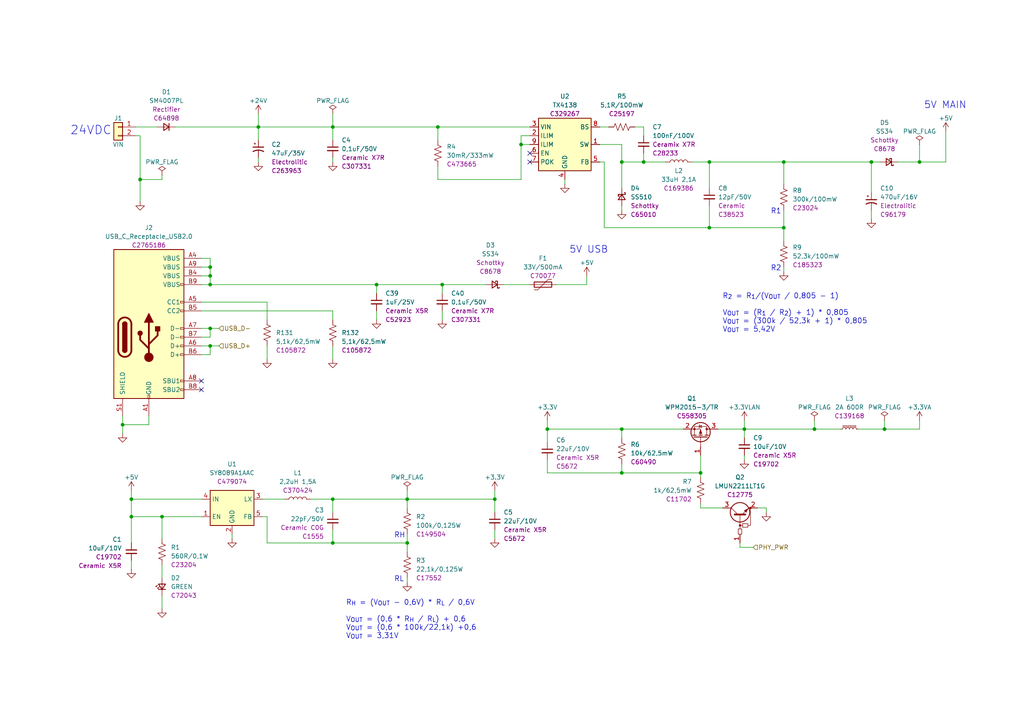
<source format=kicad_sch>
(kicad_sch (version 20231120) (generator "eeschema") (generator_version "8.0")
  (paper "A4")
  (title_block (title "ESP 16x 24VDC Input 16x 24VDC Output Module") (date "2024-11-06") (rev "V3"))
  (lib_symbols
    (symbol "Connector_Generic:Conn_01x02" (pin_names (offset 1.016) hide)
      (property "Reference" "J" (at 0 2.54 0))
      (property "Value" "Conn_01x02" (at 0 -5.08 0))
      (symbol "Conn_01x02_1_1"
        (pin passive line (at -5.08 0 0) (length 3.81) (name "Pin_1") (number "1"))
        (pin passive line (at -5.08 -2.54 0) (length 3.81) (name "Pin_2") (number "2"))
      )
    )
    (symbol "Device:C_Polarized_Small_US" (pin_numbers hide) (pin_names (offset 0.254) hide)
      (property "Reference" "C" (at 0.254 1.778 0))
      (property "Value" "C_Polarized_Small_US" (at 0.254 -2.032 0))
      (symbol "C_Polarized_Small_US_1_1"
        (pin passive line (at 0 2.54 270) (length 2.032) (name "~") (number "1"))
        (pin passive line (at 0 -2.54 90) (length 2.032) (name "~") (number "2"))
      )
    )
    (symbol "Device:C_Small" (pin_numbers hide) (pin_names (offset 0.254) hide)
      (property "Reference" "C" (at 0.254 1.778 0))
      (property "Value" "C_Small" (at 0.254 -2.032 0))
      (symbol "C_Small_1_1"
        (pin passive line (at 0 2.54 270) (length 2.032) (name "~") (number "1"))
        (pin passive line (at 0 -2.54 90) (length 2.032) (name "~") (number "2"))
      )
    )
    (symbol "Device:D_Schottky_Small" (pin_numbers hide) (pin_names (offset 0.254) hide)
      (property "Reference" "D" (at -1.27 2.032 0))
      (property "Value" "D_Schottky_Small" (at -7.112 -2.032 0))
      (symbol "D_Schottky_Small_1_1"
        (pin passive line (at -2.54 0 0) (length 1.778) (name "K") (number "1"))
        (pin passive line (at 2.54 0 180) (length 1.778) (name "A") (number "2"))
      )
    )
    (symbol "Device:D_Small" (pin_numbers hide) (pin_names (offset 0.254) hide)
      (property "Reference" "D" (at -1.27 2.032 0))
      (property "Value" "D_Small" (at -3.81 -2.032 0))
      (symbol "D_Small_1_1"
        (pin passive line (at -2.54 0 0) (length 1.778) (name "K") (number "1"))
        (pin passive line (at 2.54 0 180) (length 1.778) (name "A") (number "2"))
      )
    )
    (symbol "Device:L" (pin_numbers hide) (pin_names (offset 1.016) hide)
      (property "Reference" "L" (at -1.27 0 90))
      (property "Value" "L" (at 1.905 0 90))
      (symbol "L_1_1"
        (pin passive line (at 0 3.81 270) (length 1.27) (name "1") (number "1"))
        (pin passive line (at 0 -3.81 90) (length 1.27) (name "2") (number "2"))
      )
    )
    (symbol "Device:LED_Small" (pin_numbers hide) (pin_names (offset 0.254) hide)
      (property "Reference" "D" (at -1.27 3.175 0))
      (property "Value" "LED_Small" (at -4.445 -2.54 0))
      (symbol "LED_Small_1_1"
        (pin passive line (at -2.54 0 0) (length 1.778) (name "K") (number "1"))
        (pin passive line (at 2.54 0 180) (length 1.778) (name "A") (number "2"))
      )
    )
    (symbol "Device:L_Ferrite_Small" (pin_numbers hide) (pin_names (offset 0.254) hide)
      (property "Reference" "L" (at 1.27 1.016 0))
      (property "Value" "L_Ferrite_Small" (at 1.27 -1.27 0))
      (symbol "L_Ferrite_Small_1_1"
        (pin passive line (at 0 2.54 270) (length 0.508) (name "~") (number "1"))
        (pin passive line (at 0 -2.54 90) (length 0.508) (name "~") (number "2"))
      )
    )
    (symbol "Device:Polyfuse" (pin_numbers hide) (pin_names (offset 0))
      (property "Reference" "F" (at -2.54 0 90))
      (property "Value" "Polyfuse" (at 2.54 0 90))
      (symbol "Polyfuse_1_1"
        (pin passive line (at 0 3.81 270) (length 1.27) (name "~") (number "1"))
        (pin passive line (at 0 -3.81 90) (length 1.27) (name "~") (number "2"))
      )
    )
    (symbol "Device:Q_NPN_BEC_BRT" (pin_names hide)
      (property "Reference" "Q" (at 3.81 1.27 0))
      (property "Value" "Q_NPN_BEC_BRT" (at 3.81 -1.27 0))
      (symbol "Q_NPN_BEC_BRT_1_1"
        (pin input line (at -8.89 0 0) (length 2.54) (name "B") (number "1"))
        (pin passive line (at 1.27 -5.08 90) (length 2.54) (name "E") (number "2"))
        (pin passive line (at 1.27 5.08 270) (length 2.54) (name "C") (number "3"))
      )
    )
    (symbol "Device:Q_PMOS_GSD" (pin_names (offset 0) hide)
      (property "Reference" "Q" (at 5.08 1.27 0))
      (property "Value" "Q_PMOS_GSD" (at 5.08 -1.27 0))
      (symbol "Q_PMOS_GSD_1_1"
        (pin input line (at -5.08 0 0) (length 2.54) (name "G") (number "1"))
        (pin passive line (at 2.54 -5.08 90) (length 2.54) (name "S") (number "2"))
        (pin passive line (at 2.54 5.08 270) (length 2.54) (name "D") (number "3"))
      )
    )
    (symbol "Device:R_US" (pin_numbers hide) (pin_names (offset 0))
      (property "Reference" "R" (at 2.54 0 90))
      (property "Value" "R_US" (at -2.54 0 90))
      (symbol "R_US_1_1"
        (pin passive line (at 0 3.81 270) (length 1.27) (name "~") (number "1"))
        (pin passive line (at 0 -3.81 90) (length 1.27) (name "~") (number "2"))
      )
    )
    (symbol "Tales:+3.3V" (power) (pin_names (offset 0))
      (property "Value" "+3.3V" (at 0 3.556 0))
      (symbol "+3.3V_1_1"
        (pin power_in line (at 0 0 90) (length 0) hide (name "+3.3V") (number "1"))
      )
    )
    (symbol "Tales:+3.3VLAN" (power) (pin_names (offset 0))
      (property "Value" "+3.3VLAN" (at 0 3.556 0))
      (symbol "+3.3VLAN_1_1"
        (pin power_in line (at 0 0 90) (length 0) hide (name "+3.3VLAN") (number "1"))
      )
    )
    (symbol "Tales:SY8089AAAC"
      (property "Reference" "U" (at 0 10.16 0))
      (property "Value" "SY8089AAAC" (at 0 7.62 0))
      (symbol "SY8089AAAC_1_1"
        (pin input line (at -8.89 -2.54 0) (length 2.54) (name "EN") (number "1"))
        (pin power_in line (at 0 -7.62 90) (length 2.54) (name "GND") (number "2"))
        (pin power_out line (at 8.89 2.54 180) (length 2.54) (name "LX") (number "3"))
        (pin power_in line (at -8.89 2.54 0) (length 2.54) (name "IN") (number "4"))
        (pin input line (at 8.89 -2.54 180) (length 2.54) (name "FB") (number "5"))
      )
    )
    (symbol "Tales:TX4138"
      (property "Reference" "U" (at 0 12.7 0))
      (property "Value" "TX4138" (at 0 10.16 0))
      (symbol "TX4138_1_1"
        (pin power_out line (at 10.16 0 180) (length 2.54) (name "SW") (number "1"))
        (pin input line (at -10.16 2.54 0) (length 2.54) (name "ILIM") (number "2"))
        (pin power_in line (at -10.16 5.08 0) (length 2.54) (name "VIN") (number "3"))
        (pin power_in line (at 0 -10.16 90) (length 2.54) (name "GND") (number "4"))
        (pin input line (at 10.16 -5.08 180) (length 2.54) (name "FB") (number "5"))
        (pin input line (at -10.16 -2.54 0) (length 2.54) (name "EN") (number "6"))
        (pin output line (at -10.16 -5.08 0) (length 2.54) (name "POK") (number "7"))
        (pin output line (at 10.16 5.08 180) (length 2.54) (name "BS") (number "8"))
        (pin input line (at -10.16 0 0) (length 2.54) (name "ILIM") (number "9"))
      )
    )
    (symbol "Tales:USB_C_Receptacle_USB2.0" (pin_names (offset 1.016))
      (property "Reference" "J" (at -10.16 21.59 0))
      (property "Value" "USB_C_Receptacle_USB2.0" (at 20.32 21.59 0))
      (symbol "USB_C_Receptacle_USB2.0_1_1"
        (pin passive line (at 0 -27.94 90) (length 5.08) (name "GND") (number "A1"))
        (pin passive line (at 0 -27.94 90) (length 5.08) hide (name "GND") (number "A12"))
        (pin passive line (at 15.24 17.78 180) (length 5.08) (name "VBUS") (number "A4"))
        (pin bidirectional line (at 15.24 5.08 180) (length 5.08) (name "CC1") (number "A5"))
        (pin bidirectional line (at 15.24 -7.62 180) (length 5.08) (name "D+") (number "A6"))
        (pin bidirectional line (at 15.24 -2.54 180) (length 5.08) (name "D-") (number "A7"))
        (pin bidirectional line (at 15.24 -17.78 180) (length 5.08) (name "SBU1") (number "A8"))
        (pin passive line (at 15.24 15.24 180) (length 5.08) (name "VBUS") (number "A9"))
        (pin passive line (at 0 -27.94 90) (length 5.08) hide (name "GND") (number "B1"))
        (pin passive line (at 0 -27.94 90) (length 5.08) hide (name "GND") (number "B12"))
        (pin passive line (at 15.24 12.7 180) (length 5.08) (name "VBUS") (number "B4"))
        (pin bidirectional line (at 15.24 2.54 180) (length 5.08) (name "CC2") (number "B5"))
        (pin bidirectional line (at 15.24 -10.16 180) (length 5.08) (name "D+") (number "B6"))
        (pin bidirectional line (at 15.24 -5.08 180) (length 5.08) (name "D-") (number "B7"))
        (pin bidirectional line (at 15.24 -20.32 180) (length 5.08) (name "SBU2") (number "B8"))
        (pin passive line (at 15.24 10.16 180) (length 5.08) (name "VBUS") (number "B9"))
        (pin passive line (at -7.62 -27.94 90) (length 5.08) (name "SHIELD") (number "S1"))
      )
    )
    (symbol "power:+24V" (power) (pin_names (offset 0))
      (property "Value" "+24V" (at 0 3.556 0))
      (symbol "+24V_1_1"
        (pin power_in line (at 0 0 90) (length 0) hide (name "+24V") (number "1"))
      )
    )
    (symbol "power:+3.3VA" (power) (pin_names (offset 0))
      (property "Value" "+3.3VA" (at 0 3.556 0))
      (symbol "+3.3VA_1_1"
        (pin power_in line (at 0 0 90) (length 0) hide (name "+3.3VA") (number "1"))
      )
    )
    (symbol "power:+5V" (power) (pin_names (offset 0))
      (property "Value" "+5V" (at 0 3.556 0))
      (symbol "+5V_1_1"
        (pin power_in line (at 0 0 90) (length 0) hide (name "+5V") (number "1"))
      )
    )
    (symbol "power:GND" (power) (pin_names (offset 0))
      (property "Value" "GND" (at 0 -3.81 0))
      (symbol "GND_1_1"
        (pin power_in line (at 0 0 270) (length 0) hide (name "GND") (number "1"))
      )
    )
    (symbol "power:PWR_FLAG" (power) (pin_numbers hide) (pin_names (offset 0) hide)
      (property "Value" "PWR_FLAG" (at 0 3.81 0))
      (symbol "PWR_FLAG_0_0"
        (pin power_out line (at 0 0 90) (length 0) (name "pwr") (number "1"))
      )
    )
  )
  (junction (at 60.96 80.01))
  (junction (at 180.34 46.99))
  (junction (at 180.34 124.46))
  (junction (at 151.13 41.91))
  (junction (at 40.64 52.07))
  (junction (at 143.51 144.78))
  (junction (at 46.99 149.86))
  (junction (at 205.74 66.04))
  (junction (at 60.96 95.25))
  (junction (at 266.7 46.99))
  (junction (at 256.54 124.46))
  (junction (at 127 36.83))
  (junction (at 180.34 137.16))
  (junction (at 128.27 82.55))
  (junction (at 60.96 100.33))
  (junction (at 236.22 124.46))
  (junction (at 60.96 82.55))
  (junction (at 96.52 36.83))
  (junction (at 96.52 157.48))
  (junction (at 227.33 66.04))
  (junction (at 38.1 149.86))
  (junction (at 186.69 46.99))
  (junction (at 252.73 46.99))
  (junction (at 60.96 77.47))
  (junction (at 215.9 124.46))
  (junction (at 205.74 46.99))
  (junction (at 38.1 144.78))
  (junction (at 35.56 123.19))
  (junction (at 158.75 124.46))
  (junction (at 109.22 82.55))
  (junction (at 74.93 36.83))
  (junction (at 203.2 137.16))
  (junction (at 118.11 144.78))
  (junction (at 96.52 144.78))
  (junction (at 118.11 157.48))
  (junction (at 227.33 46.99))
  (no_connect (at 153.67 46.99))
  (no_connect (at 153.67 44.45))
  (no_connect (at 58.42 110.49))
  (no_connect (at 58.42 113.03))
  (wire (pts (xy 58.42 82.55) (xy 60.96 82.55)))
  (wire (pts (xy 227.33 46.99) (xy 252.73 46.99)))
  (wire (pts (xy 109.22 90.17) (xy 109.22 92.71)))
  (wire (pts (xy 252.73 46.99) (xy 255.27 46.99)))
  (wire (pts (xy 180.34 46.99) (xy 180.34 54.61)))
  (wire (pts (xy 58.42 100.33) (xy 60.96 100.33)))
  (wire (pts (xy 109.22 82.55) (xy 109.22 85.09)))
  (wire (pts (xy 58.42 80.01) (xy 60.96 80.01)))
  (wire (pts (xy 96.52 153.67) (xy 96.52 157.48)))
  (wire (pts (xy 127 36.83) (xy 153.67 36.83)))
  (wire (pts (xy 143.51 148.59) (xy 143.51 144.78)))
  (wire (pts (xy 227.33 46.99) (xy 227.33 53.34)))
  (wire (pts (xy 180.34 41.91) (xy 180.34 46.99)))
  (wire (pts (xy 143.51 153.67) (xy 143.51 156.21)))
  (wire (pts (xy 203.2 137.16) (xy 203.2 138.43)))
  (wire (pts (xy 203.2 132.08) (xy 203.2 137.16)))
  (wire (pts (xy 60.96 95.25) (xy 63.5 95.25)))
  (wire (pts (xy 118.11 144.78) (xy 118.11 147.32)))
  (wire (pts (xy 39.37 36.83) (xy 45.72 36.83)))
  (wire (pts (xy 227.33 60.96) (xy 227.33 66.04)))
  (wire (pts (xy 67.31 154.94) (xy 67.31 156.21)))
  (wire (pts (xy 127 52.07) (xy 151.13 52.07)))
  (wire (pts (xy 158.75 133.35) (xy 158.75 137.16)))
  (wire (pts (xy 38.1 162.56) (xy 38.1 165.1)))
  (wire (pts (xy 96.52 36.83) (xy 127 36.83)))
  (wire (pts (xy 118.11 154.94) (xy 118.11 157.48)))
  (wire (pts (xy 38.1 144.78) (xy 58.42 144.78)))
  (wire (pts (xy 96.52 144.78) (xy 118.11 144.78)))
  (wire (pts (xy 74.93 36.83) (xy 74.93 40.64)))
  (wire (pts (xy 74.93 33.02) (xy 74.93 36.83)))
  (wire (pts (xy 118.11 167.64) (xy 118.11 168.91)))
  (wire (pts (xy 60.96 97.79) (xy 60.96 95.25)))
  (wire (pts (xy 205.74 66.04) (xy 205.74 59.69)))
  (wire (pts (xy 90.17 144.78) (xy 96.52 144.78)))
  (wire (pts (xy 46.99 149.86) (xy 58.42 149.86)))
  (wire (pts (xy 266.7 46.99) (xy 274.32 46.99)))
  (wire (pts (xy 163.83 52.07) (xy 163.83 53.34)))
  (wire (pts (xy 222.25 147.32) (xy 222.25 148.59)))
  (wire (pts (xy 158.75 121.92) (xy 158.75 124.46)))
  (wire (pts (xy 274.32 46.99) (xy 274.32 38.1)))
  (wire (pts (xy 118.11 157.48) (xy 118.11 160.02)))
  (wire (pts (xy 35.56 123.19) (xy 35.56 125.73)))
  (wire (pts (xy 35.56 120.65) (xy 35.56 123.19)))
  (wire (pts (xy 127 48.26) (xy 127 52.07)))
  (wire (pts (xy 58.42 102.87) (xy 60.96 102.87)))
  (wire (pts (xy 222.25 147.32) (xy 219.71 147.32)))
  (wire (pts (xy 173.99 46.99) (xy 175.26 46.99)))
  (wire (pts (xy 151.13 52.07) (xy 151.13 41.91)))
  (wire (pts (xy 256.54 124.46) (xy 248.92 124.46)))
  (wire (pts (xy 109.22 82.55) (xy 128.27 82.55)))
  (wire (pts (xy 96.52 157.48) (xy 118.11 157.48)))
  (wire (pts (xy 38.1 149.86) (xy 38.1 157.48)))
  (wire (pts (xy 215.9 124.46) (xy 215.9 127)))
  (wire (pts (xy 40.64 52.07) (xy 46.99 52.07)))
  (wire (pts (xy 200.66 46.99) (xy 205.74 46.99)))
  (wire (pts (xy 74.93 45.72) (xy 74.93 46.99)))
  (wire (pts (xy 227.33 66.04) (xy 227.33 69.85)))
  (wire (pts (xy 60.96 82.55) (xy 109.22 82.55)))
  (wire (pts (xy 198.12 124.46) (xy 180.34 124.46)))
  (wire (pts (xy 161.29 82.55) (xy 170.18 82.55)))
  (wire (pts (xy 38.1 142.24) (xy 38.1 144.78)))
  (wire (pts (xy 208.28 124.46) (xy 215.9 124.46)))
  (wire (pts (xy 96.52 100.33) (xy 96.52 104.14)))
  (wire (pts (xy 180.34 134.62) (xy 180.34 137.16)))
  (wire (pts (xy 158.75 137.16) (xy 180.34 137.16)))
  (wire (pts (xy 118.11 142.24) (xy 118.11 144.78)))
  (wire (pts (xy 77.47 157.48) (xy 96.52 157.48)))
  (wire (pts (xy 151.13 41.91) (xy 151.13 39.37)))
  (wire (pts (xy 205.74 46.99) (xy 205.74 54.61)))
  (wire (pts (xy 170.18 80.01) (xy 170.18 82.55)))
  (wire (pts (xy 158.75 124.46) (xy 180.34 124.46)))
  (wire (pts (xy 74.93 36.83) (xy 96.52 36.83)))
  (wire (pts (xy 58.42 74.93) (xy 60.96 74.93)))
  (wire (pts (xy 173.99 36.83) (xy 176.53 36.83)))
  (wire (pts (xy 60.96 77.47) (xy 60.96 80.01)))
  (wire (pts (xy 38.1 144.78) (xy 38.1 149.86)))
  (wire (pts (xy 50.8 36.83) (xy 74.93 36.83)))
  (wire (pts (xy 127 36.83) (xy 127 40.64)))
  (wire (pts (xy 60.96 100.33) (xy 63.5 100.33)))
  (wire (pts (xy 46.99 50.8) (xy 46.99 52.07)))
  (wire (pts (xy 146.05 82.55) (xy 153.67 82.55)))
  (wire (pts (xy 203.2 147.32) (xy 209.55 147.32)))
  (wire (pts (xy 96.52 36.83) (xy 96.52 40.64)))
  (wire (pts (xy 214.63 158.75) (xy 218.44 158.75)))
  (wire (pts (xy 186.69 44.45) (xy 186.69 46.99)))
  (wire (pts (xy 43.18 123.19) (xy 35.56 123.19)))
  (wire (pts (xy 186.69 36.83) (xy 186.69 39.37)))
  (wire (pts (xy 39.37 39.37) (xy 40.64 39.37)))
  (wire (pts (xy 215.9 124.46) (xy 236.22 124.46)))
  (wire (pts (xy 180.34 60.96) (xy 180.34 59.69)))
  (wire (pts (xy 143.51 144.78) (xy 118.11 144.78)))
  (wire (pts (xy 184.15 36.83) (xy 186.69 36.83)))
  (wire (pts (xy 128.27 90.17) (xy 128.27 92.71)))
  (wire (pts (xy 40.64 39.37) (xy 40.64 52.07)))
  (wire (pts (xy 58.42 97.79) (xy 60.96 97.79)))
  (wire (pts (xy 175.26 66.04) (xy 205.74 66.04)))
  (wire (pts (xy 256.54 121.92) (xy 256.54 124.46)))
  (wire (pts (xy 151.13 41.91) (xy 153.67 41.91)))
  (wire (pts (xy 58.42 77.47) (xy 60.96 77.47)))
  (wire (pts (xy 252.73 55.88) (xy 252.73 46.99)))
  (wire (pts (xy 38.1 149.86) (xy 46.99 149.86)))
  (wire (pts (xy 128.27 82.55) (xy 140.97 82.55)))
  (wire (pts (xy 266.7 124.46) (xy 256.54 124.46)))
  (wire (pts (xy 205.74 66.04) (xy 227.33 66.04)))
  (wire (pts (xy 43.18 120.65) (xy 43.18 123.19)))
  (wire (pts (xy 77.47 100.33) (xy 77.47 104.14)))
  (wire (pts (xy 77.47 149.86) (xy 77.47 157.48)))
  (wire (pts (xy 227.33 77.47) (xy 227.33 78.74)))
  (wire (pts (xy 158.75 128.27) (xy 158.75 124.46)))
  (wire (pts (xy 180.34 137.16) (xy 203.2 137.16)))
  (wire (pts (xy 173.99 41.91) (xy 180.34 41.91)))
  (wire (pts (xy 77.47 87.63) (xy 77.47 92.71)))
  (wire (pts (xy 175.26 46.99) (xy 175.26 66.04)))
  (wire (pts (xy 215.9 121.92) (xy 215.9 124.46)))
  (wire (pts (xy 214.63 157.48) (xy 214.63 158.75)))
  (wire (pts (xy 96.52 45.72) (xy 96.52 46.99)))
  (wire (pts (xy 143.51 142.24) (xy 143.51 144.78)))
  (wire (pts (xy 96.52 33.02) (xy 96.52 36.83)))
  (wire (pts (xy 46.99 172.72) (xy 46.99 176.53)))
  (wire (pts (xy 236.22 121.92) (xy 236.22 124.46)))
  (wire (pts (xy 46.99 163.83) (xy 46.99 167.64)))
  (wire (pts (xy 180.34 124.46) (xy 180.34 127)))
  (wire (pts (xy 243.84 124.46) (xy 236.22 124.46)))
  (wire (pts (xy 76.2 144.78) (xy 82.55 144.78)))
  (wire (pts (xy 40.64 52.07) (xy 40.64 58.42)))
  (wire (pts (xy 58.42 87.63) (xy 77.47 87.63)))
  (wire (pts (xy 60.96 80.01) (xy 60.96 82.55)))
  (wire (pts (xy 252.73 60.96) (xy 252.73 63.5)))
  (wire (pts (xy 203.2 146.05) (xy 203.2 147.32)))
  (wire (pts (xy 266.7 124.46) (xy 266.7 121.92)))
  (wire (pts (xy 215.9 132.08) (xy 215.9 133.35)))
  (wire (pts (xy 60.96 74.93) (xy 60.96 77.47)))
  (wire (pts (xy 186.69 46.99) (xy 193.04 46.99)))
  (wire (pts (xy 76.2 149.86) (xy 77.47 149.86)))
  (wire (pts (xy 260.35 46.99) (xy 266.7 46.99)))
  (wire (pts (xy 128.27 82.55) (xy 128.27 85.09)))
  (wire (pts (xy 96.52 90.17) (xy 96.52 92.71)))
  (wire (pts (xy 151.13 39.37) (xy 153.67 39.37)))
  (wire (pts (xy 180.34 46.99) (xy 186.69 46.99)))
  (wire (pts (xy 60.96 102.87) (xy 60.96 100.33)))
  (wire (pts (xy 46.99 149.86) (xy 46.99 156.21)))
  (wire (pts (xy 266.7 41.91) (xy 266.7 46.99)))
  (wire (pts (xy 96.52 144.78) (xy 96.52 148.59)))
  (wire (pts (xy 58.42 95.25) (xy 60.96 95.25)))
  (wire (pts (xy 227.33 46.99) (xy 205.74 46.99)))
  (wire (pts (xy 58.42 90.17) (xy 96.52 90.17)))
  (text "5V MAIN" (at 267.97 31.75 0) (effects (font (size 2 2)) (justify left bottom)))
  (text "5V USB" (at 165.1 73.66 0) (effects (font (size 2 2)) (justify left bottom)))
  (text "R_{H} = (V_{OUT} - 0,6V) * R_{L} / 0,6V\n\nV_{OUT} = (0,6 * R_{H} / R_{L}) + 0,6\nV_{OUT} = (0,6 * 100k/22,1k) +0,6\nV_{OUT} = 3,31V" (at 100.33 185.42 0) (effects (font (size 1.5 1.5)) (justify left bottom)))
  (text "R1" (at 223.52 62.23 0) (effects (font (size 1.5 1.5)) (justify left bottom)))
  (text "RL" (at 114.3 168.91 0) (effects (font (size 1.5 1.5)) (justify left bottom)))
  (text "R_{2} = R_{1}/(V_{OUT} / 0,805 - 1)\n\nV_{OUT} = (R_{1} / R_{2}) + 1) * 0,805\nV_{OUT} = (300k / 52,3k + 1) * 0,805\nV_{OUT} = 5,42V" (at 209.55 96.52 0) (effects (font (size 1.5 1.5)) (justify left bottom)))
  (text "RH" (at 114.3 156.21 0) (effects (font (size 1.5 1.5)) (justify left bottom)))
  (text "24VDC" (at 20.32 39.37 0) (effects (font (size 2.5 2.5)) (justify left bottom)))
  (text "R2" (at 223.52 78.74 0) (effects (font (size 1.5 1.5)) (justify left bottom)))
  (hierarchical_label "PHY_PWR" (shape input) (at 218.44 158.75 0))
  (hierarchical_label "USB_D+" (shape input) (at 63.5 100.33 0))
  (hierarchical_label "USB_D-" (shape input) (at 63.5 95.25 0))
  (symbol (lib_id "power:+24V") (at 74.93 33.02 0) (unit 1)
    (property "Reference" "#PWR07" (effects (hide yes)))
    (property "Value" "+24V" (at 74.93 29.21 0))
  )
  (symbol (lib_id "Device:R_US") (at 46.99 160.02 0) (unit 1)
    (property "Reference" "R1" (at 49.53 158.75 0) (effects (justify left)))
    (property "Value" "560R/0,1W" (at 49.53 161.29 0) (effects (justify left)))
    (property "Footprint" "Tales:R_0603_1608Metric" (effects (hide yes)))
    (property "Case" "0603/1608" (effects (hide yes)))
    (property "Mfr" "Uniroyal" (effects (hide yes)))
    (property "Mfr PN" "0603WAF5600T5E" (effects (hide yes)))
    (property "Vendor" "JLCPCB" (effects (hide yes)))
    (property "Vendor PN" "C23204" (effects (hide yes)))
    (property "LCSC Part #" "C23204" (at 49.53 163.83 0) (effects (justify left)))
    (property "JLCPCB BOM" "1" (effects (hide yes)))
  )
  (symbol (lib_id "power:GND") (at 118.11 168.91 0) (unit 1)
    (property "Reference" "#PWR09" (effects (hide yes)))
    (property "Value" "GND" (effects (hide yes)))
  )
  (symbol (lib_id "Device:L") (at 196.85 46.99 90) (unit 1)
    (property "Reference" "L2" (at 196.85 49.53 90))
    (property "Value" "33uH 2,1A" (at 196.85 52.07 90))
    (property "Footprint" "Tales:L_12x12mm_h6mm" (effects (hide yes)))
    (property "Case" "12x12" (effects (hide yes)))
    (property "JLCPCB BOM" "1" (effects (hide yes)))
    (property "LCSC Part #" "C169386" (at 196.85 54.61 90))
    (property "Mfr" "Sunlord" (effects (hide yes)))
    (property "Mfr PN" "SWRB1205S-330MT" (effects (hide yes)))
    (property "Vendor" "JLCPCB" (effects (hide yes)))
    (property "Vendor PN" "C169386" (effects (hide yes)))
  )
  (symbol (lib_id "Tales:SY8089AAAC") (at 67.31 147.32 0) (unit 1)
    (property "Reference" "U1" (at 67.31 134.62 0))
    (property "Value" "SY8089A1AAC" (at 67.31 137.16 0))
    (property "Footprint" "Tales:TSOT-23-5" (effects (hide yes)))
    (property "Case" "SOT-23-5" (effects (hide yes)))
    (property "JLCPCB BOM" "1" (effects (hide yes)))
    (property "LCSC Part #" "C479074" (at 67.31 139.7 0))
    (property "Mfr" "Silergy" (effects (hide yes)))
    (property "Mfr PN" "SY8089A1AAC" (effects (hide yes)))
    (property "Vendor" "JLCPCB" (effects (hide yes)))
    (property "Vendor PN" "C479074" (effects (hide yes)))
  )
  (symbol (lib_id "power:GND") (at 143.51 156.21 0) (unit 1)
    (property "Reference" "#PWR012" (effects (hide yes)))
    (property "Value" "GND" (effects (hide yes)))
  )
  (symbol (lib_id "power:GND") (at 222.25 148.59 0) (unit 1)
    (property "Reference" "#PWR018" (effects (hide yes)))
    (property "Value" "GND" (effects (hide yes)))
  )
  (symbol (lib_id "power:GND") (at 163.83 53.34 0) (unit 1)
    (property "Reference" "#PWR014" (effects (hide yes)))
    (property "Value" "GND" (effects (hide yes)))
  )
  (symbol (lib_id "Tales:+3.3VLAN") (at 215.9 121.92 0) (unit 1)
    (property "Reference" "#PWR016" (effects (hide yes)))
    (property "Value" "+3.3VLAN" (at 215.9 118.11 0))
  )
  (symbol (lib_id "Device:C_Small") (at 96.52 151.13 0) (unit 1)
    (property "Reference" "C3" (at 93.98 147.9613 0) (effects (justify right)))
    (property "Value" "22pF/50V" (at 93.98 150.5013 0) (effects (justify right)))
    (property "Footprint" "Tales:C_0402_1005Metric" (effects (hide yes)))
    (property "JLCPCB BOM" "1" (effects (hide yes)))
    (property "Technology" "Ceramic C0G" (at 93.98 153.0413 0) (effects (justify right)))
    (property "LCSC Part #" "C1555" (at 93.98 155.5813 0) (effects (justify right)))
    (property "Mfr" "FH" (effects (hide yes)))
    (property "Mfr PN" "0402CG220J500NT" (effects (hide yes)))
    (property "Vendor" "JLCPCB" (effects (hide yes)))
    (property "Vendor PN" "C1555" (effects (hide yes)))
    (property "Package" "0402/1005" (effects (hide yes)))
    (property "Case" "0402/1005" (effects (hide yes)))
  )
  (symbol (lib_id "Device:C_Small") (at 128.27 87.63 0) (unit 1)
    (property "Reference" "C40" (at 130.81 85.09 0) (effects (justify left)))
    (property "Value" "0,1uF/50V" (at 130.81 87.63 0) (effects (justify left)))
    (property "Footprint" "Tales:C_0402_1005Metric" (effects (hide yes)))
    (property "JLCPCB BOM" "1" (effects (hide yes)))
    (property "Technology" "Ceramic X7R" (at 130.81 90.17 0) (effects (justify left)))
    (property "LCSC Part #" "C307331" (at 130.81 92.71 0) (effects (justify left)))
    (property "Mfr" "Samsung" (effects (hide yes)))
    (property "Mfr PN" "CL05B104KB54PNC" (effects (hide yes)))
    (property "Vendor" "JLCPCB" (effects (hide yes)))
    (property "Vendor PN" "C307331" (effects (hide yes)))
    (property "Package" "0402/1005" (effects (hide yes)))
    (property "Case" "0402/1005" (effects (hide yes)))
  )
  (symbol (lib_id "Device:R_US") (at 77.47 96.52 0) (unit 1)
    (property "Reference" "R131" (at 80.01 96.52 0) (effects (justify left)))
    (property "Value" "5,1k/62,5mW" (at 80.01 99.06 0) (effects (justify left)))
    (property "Footprint" "Tales:R_0402_1005Metric" (effects (hide yes)))
    (property "JLCPCB BOM" "1" (effects (hide yes)))
    (property "LCSC Part #" "C105872" (at 80.01 101.6 0) (effects (justify left)))
    (property "Mfr" "YAGEO" (effects (hide yes)))
    (property "Mfr PN" "RC0402FR-075K1L" (effects (hide yes)))
    (property "Technology" "1%" (effects (hide yes)))
    (property "Vendor" "JLCPCB" (effects (hide yes)))
    (property "Vendor PN" "C105872" (effects (hide yes)))
    (property "Package" "0402/1005" (effects (hide yes)))
    (property "Case" "0402/1005" (effects (hide yes)))
  )
  (symbol (lib_id "Device:D_Schottky_Small") (at 257.81 46.99 180) (unit 1)
    (property "Reference" "D5" (at 256.54 35.56 0))
    (property "Value" "SS34" (at 256.54 38.1 0))
    (property "Footprint" "Tales:D_SMA" (effects (hide yes)))
    (property "JLCPCB BOM" "1" (effects (hide yes)))
    (property "LCSC Part #" "C8678" (at 256.54 43.18 0))
    (property "Mfr" "Microdiode" (effects (hide yes)))
    (property "Mfr PN" "SS34" (effects (hide yes)))
    (property "Technology" "Schottky" (at 256.54 40.64 0))
    (property "Vendor" "JLCPCB" (effects (hide yes)))
    (property "Vendor PN" "C8678" (effects (hide yes)))
    (property "Case" "SMA" (effects (hide yes)))
  )
  (symbol (lib_id "power:PWR_FLAG") (at 266.7 41.91 0) (unit 1)
    (property "Reference" "#FLG05" (effects (hide yes)))
    (property "Value" "PWR_FLAG" (at 266.7 38.1 0))
  )
  (symbol (lib_id "power:+5V") (at 38.1 142.24 0) (unit 1)
    (property "Reference" "#PWR02" (effects (hide yes)))
    (property "Value" "+5V" (at 38.1 138.43 0))
  )
  (symbol (lib_id "Device:D_Schottky_Small") (at 180.34 57.15 270) (unit 1)
    (property "Reference" "D4" (at 182.88 54.61 90) (effects (justify left)))
    (property "Value" "SS510" (at 182.88 57.15 90) (effects (justify left)))
    (property "Footprint" "Tales:D_SMA" (effects (hide yes)))
    (property "Case" "SMA" (effects (hide yes)))
    (property "JLCPCB BOM" "1" (effects (hide yes)))
    (property "LCSC Part #" "C65010" (at 182.88 62.23 90) (effects (justify left)))
    (property "Mfr" "Microdiode" (effects (hide yes)))
    (property "Mfr PN" "SS510" (effects (hide yes)))
    (property "Technology" "Schottky" (at 182.88 59.69 90) (effects (justify left)))
    (property "Vendor" "JLCPCB" (effects (hide yes)))
    (property "Vendor PN" "C65010" (effects (hide yes)))
  )
  (symbol (lib_id "Device:R_US") (at 180.34 130.81 0) (unit 1)
    (property "Reference" "R6" (at 182.88 128.905 0) (effects (justify left)))
    (property "Value" "10k/62,5mW" (at 182.88 131.445 0) (effects (justify left)))
    (property "Footprint" "Tales:R_0402_1005Metric" (effects (hide yes)))
    (property "Mfr" "Yageo" (effects (hide yes)))
    (property "Vendor" "JLCPCB" (effects (hide yes)))
    (property "Mfr PN" "RC0402FR-0710KL" (effects (hide yes)))
    (property "Technology" "1%" (effects (hide yes)))
    (property "Vendor PN" "C60490" (effects (hide yes)))
    (property "LCSC Part #" "C60490" (at 182.88 133.985 0) (effects (justify left)))
    (property "JLCPCB BOM" "1" (effects (hide yes)))
    (property "Package" "0402/1005" (effects (hide yes)))
    (property "Case" "0402/1005" (effects (hide yes)))
  )
  (symbol (lib_id "power:+5V") (at 170.18 80.01 0) (unit 1)
    (property "Reference" "#PWR06" (effects (hide yes)))
    (property "Value" "+5V" (at 170.18 76.2 0))
  )
  (symbol (lib_id "Device:D_Small") (at 48.26 36.83 180) (unit 1)
    (property "Reference" "D1" (at 48.26 26.67 0))
    (property "Value" "SM4007PL" (at 48.26 29.21 0))
    (property "Footprint" "Tales:D_SOD-123" (effects (hide yes)))
    (property "Case" "SOD-123FL" (effects (hide yes)))
    (property "Technology" "Rectifier" (at 48.26 31.75 0))
    (property "Mfr" "Microdiode" (effects (hide yes)))
    (property "Mfr PN" "SM4007PL" (effects (hide yes)))
    (property "Vendor" "JLCPCB" (effects (hide yes)))
    (property "Vendor PN" "C64898" (effects (hide yes)))
    (property "LCSC Part #" "C64898" (at 48.26 34.29 0))
    (property "JLCPCB BOM" "1" (effects (hide yes)))
  )
  (symbol (lib_id "power:+3.3VA") (at 266.7 121.92 0) (unit 1)
    (property "Reference" "#PWR021" (effects (hide yes)))
    (property "Value" "+3.3VA" (at 266.7 118.11 0))
  )
  (symbol (lib_id "power:GND") (at 35.56 125.73 0) (unit 1)
    (property "Reference" "#PWR01" (effects (hide yes)))
    (property "Value" "GND" (effects (hide yes)))
  )
  (symbol (lib_id "Device:C_Small") (at 143.51 151.13 0) (unit 1)
    (property "Reference" "C5" (at 146.05 148.59 0) (effects (justify left)))
    (property "Value" "22uF/10V" (at 146.05 151.13 0) (effects (justify left)))
    (property "Footprint" "Tales:C_1206_3216Metric" (effects (hide yes)))
    (property "Mfr" "Samsung" (effects (hide yes)))
    (property "Mfr PN" "CL31A226KPHNNNE" (effects (hide yes)))
    (property "JLCPCB BOM" "1" (effects (hide yes)))
    (property "LCSC Part #" "C5672" (at 146.05 156.21 0) (effects (justify left)))
    (property "Technology" "Ceramic X5R" (at 146.05 153.67 0) (effects (justify left)))
    (property "Vendor" "JLCPCB" (effects (hide yes)))
    (property "Vendor PN" "C5672" (effects (hide yes)))
    (property "Package" "1206/3216" (effects (hide yes)))
    (property "Case" "1206/3216" (effects (hide yes)))
  )
  (symbol (lib_id "power:PWR_FLAG") (at 96.52 33.02 0) (unit 1)
    (property "Reference" "#FLG02" (effects (hide yes)))
    (property "Value" "PWR_FLAG" (at 96.52 29.21 0))
  )
  (symbol (lib_id "Device:C_Small") (at 96.52 43.18 0) (unit 1)
    (property "Reference" "C4" (at 99.06 40.64 0) (effects (justify left)))
    (property "Value" "0,1uF/50V" (at 99.06 43.18 0) (effects (justify left)))
    (property "Footprint" "Tales:C_0402_1005Metric" (effects (hide yes)))
    (property "JLCPCB BOM" "1" (effects (hide yes)))
    (property "Technology" "Ceramic X7R" (at 99.06 45.72 0) (effects (justify left)))
    (property "LCSC Part #" "C307331" (at 99.06 48.26 0) (effects (justify left)))
    (property "Mfr" "Samsung" (effects (hide yes)))
    (property "Mfr PN" "CL05B104KB54PNC" (effects (hide yes)))
    (property "Vendor" "JLCPCB" (effects (hide yes)))
    (property "Vendor PN" "C307331" (effects (hide yes)))
    (property "Package" "0402/1005" (effects (hide yes)))
    (property "Case" "0402/1005" (effects (hide yes)))
  )
  (symbol (lib_id "power:GND") (at 46.99 176.53 0) (unit 1)
    (property "Reference" "#PWR039" (effects (hide yes)))
    (property "Value" "GND" (effects (hide yes)))
  )
  (symbol (lib_id "Device:C_Small") (at 38.1 160.02 0) (unit 1)
    (property "Reference" "C1" (at 35.306 156.464 0) (effects (justify right)))
    (property "Value" "10uF/10V" (at 35.306 159.004 0) (effects (justify right)))
    (property "Footprint" "Tales:C_0603_1608Metric" (effects (hide yes)))
    (property "Mfr" "Samsung" (effects (hide yes)))
    (property "Mfr PN" "CL10A106KP8NNNC" (effects (hide yes)))
    (property "JLCPCB BOM" "1" (effects (hide yes)))
    (property "LCSC Part #" "C19702" (at 35.306 161.544 0) (effects (justify right)))
    (property "Technology" "Ceramic X5R" (at 35.306 164.084 0) (effects (justify right)))
    (property "Vendor" "JLCPCB" (effects (hide yes)))
    (property "Vendor PN" "C19702" (effects (hide yes)))
    (property "Package" "0603/1608" (effects (hide yes)))
    (property "Case" "0603/1608" (effects (hide yes)))
  )
  (symbol (lib_id "Device:C_Small") (at 186.69 41.91 0) (unit 1)
    (property "Reference" "C7" (at 189.23 36.83 0) (effects (justify left)))
    (property "Value" "100nF/100V" (at 189.23 39.37 0) (effects (justify left)))
    (property "Footprint" "Tales:C_0805_2012Metric" (effects (hide yes)))
    (property "Technology" "Ceramix X7R" (at 189.23 41.91 0) (effects (justify left)))
    (property "Mfr" "Samsung" (effects (hide yes)))
    (property "Mfr PN" "CL21B104KCFNNNE" (effects (hide yes)))
    (property "Vendor" "JLCPCB" (effects (hide yes)))
    (property "Vendor PN" "C28233" (effects (hide yes)))
    (property "LCSC Part #" "C28233" (at 189.23 44.45 0) (effects (justify left)))
    (property "JLCPCB BOM" "1" (effects (hide yes)))
    (property "Package" "0805/2012" (effects (hide yes)))
    (property "Case" "0805/2012" (effects (hide yes)))
  )
  (symbol (lib_id "power:GND") (at 38.1 165.1 0) (unit 1)
    (property "Reference" "#PWR03" (effects (hide yes)))
    (property "Value" "GND" (effects (hide yes)))
  )
  (symbol (lib_id "power:GND") (at 96.52 104.14 0) (unit 1)
    (property "Reference" "#PWR0188" (effects (hide yes)))
    (property "Value" "GND" (effects (hide yes)))
  )
  (symbol (lib_id "power:GND") (at 215.9 133.35 0) (unit 1)
    (property "Reference" "#PWR017" (effects (hide yes)))
    (property "Value" "GND" (effects (hide yes)))
  )
  (symbol (lib_id "power:GND") (at 40.64 58.42 0) (unit 1)
    (property "Reference" "#PWR05" (effects (hide yes)))
    (property "Value" "GND" (effects (hide yes)))
  )
  (symbol (lib_id "power:PWR_FLAG") (at 46.99 50.8 0) (unit 1)
    (property "Reference" "#FLG07" (effects (hide yes)))
    (property "Value" "PWR_FLAG" (at 46.99 46.99 0))
  )
  (symbol (lib_id "power:+5V") (at 274.32 38.1 0) (unit 1)
    (property "Reference" "#PWR022" (effects (hide yes)))
    (property "Value" "+5V" (at 274.32 34.29 0))
  )
  (symbol (lib_id "Connector_Generic:Conn_01x02") (at 34.29 36.83 0) (mirror y) (unit 1)
    (property "Reference" "J1" (at 34.29 34.29 0))
    (property "Value" "VIN" (at 34.29 41.91 0))
    (property "Footprint" "Tales:TerminalBlock_Dibo_DB142V-5.08-2P_1x02_P5.08mm_Vertical" (effects (hide yes)))
    (property "JLCPCB BOM" "1" (effects (hide yes)))
    (property "Mfr" "Dorabo" (effects (hide yes)))
    (property "Mfr PN" "DB142V-5.08-2P-GN" (effects (hide yes)))
    (property "Vendor" "JLCPCB" (effects (hide yes)))
    (property "Vendor PN" "C2898699" (effects (hide yes)))
    (property "LCSC Part #" "C2898699" (effects (hide yes)))
  )
  (symbol (lib_id "Device:C_Small") (at 215.9 129.54 0) (unit 1)
    (property "Reference" "C9" (at 218.44 127 0) (effects (justify left)))
    (property "Value" "10uF/10V" (at 218.44 129.54 0) (effects (justify left)))
    (property "Footprint" "Tales:C_0603_1608Metric" (effects (hide yes)))
    (property "Mfr" "Samsung" (effects (hide yes)))
    (property "Mfr PN" "CL10A106KP8NNNC" (effects (hide yes)))
    (property "JLCPCB BOM" "1" (effects (hide yes)))
    (property "LCSC Part #" "C19702" (at 218.44 134.62 0) (effects (justify left)))
    (property "Technology" "Ceramic X5R" (at 218.44 132.08 0) (effects (justify left)))
    (property "Vendor" "JLCPCB" (effects (hide yes)))
    (property "Vendor PN" "C19702" (effects (hide yes)))
    (property "Case" "0603/1608" (effects (hide yes)))
  )
  (symbol (lib_id "power:GND") (at 180.34 60.96 0) (unit 1)
    (property "Reference" "#PWR015" (effects (hide yes)))
    (property "Value" "GND" (effects (hide yes)))
  )
  (symbol (lib_id "power:GND") (at 77.47 104.14 0) (unit 1)
    (property "Reference" "#PWR0187" (effects (hide yes)))
    (property "Value" "GND" (effects (hide yes)))
  )
  (symbol (lib_id "Device:L_Ferrite_Small") (at 246.38 124.46 90) (unit 1)
    (property "Reference" "L3" (at 246.38 115.57 90))
    (property "Value" "2A 600R" (at 246.38 118.11 90))
    (property "Footprint" "Tales:L_0805_2012Metric" (effects (hide yes)))
    (property "Case" "0805/2012" (effects (hide yes)))
    (property "JLCPCB BOM" "1" (effects (hide yes)))
    (property "LCSC Part #" "C139168" (at 246.38 120.65 90))
    (property "Mfr" "FH" (effects (hide yes)))
    (property "Mfr PN" "CBM201209U601T" (effects (hide yes)))
    (property "Vendor" "JLCPCB" (effects (hide yes)))
    (property "Vendor PN" "C139168" (effects (hide yes)))
  )
  (symbol (lib_id "Device:C_Polarized_Small_US") (at 252.73 58.42 0) (unit 1)
    (property "Reference" "C10" (at 255.27 54.61 0) (effects (justify left)))
    (property "Value" "470uF/16V" (at 255.27 57.15 0) (effects (justify left)))
    (property "Footprint" "Tales:CP_Elec_8x10.5" (effects (hide yes)))
    (property "Mfr" "Semtech" (effects (hide yes)))
    (property "Mfr PN" "CS1C471M-CRF10" (effects (hide yes)))
    (property "JLCPCB BOM" "1" (effects (hide yes)))
    (property "LCSC Part #" "C96179" (at 255.27 62.23 0) (effects (justify left)))
    (property "Technology" "Electrolitic" (at 255.27 59.69 0) (effects (justify left)))
    (property "Vendor" "JLCPCB" (effects (hide yes)))
    (property "Vendor PN" "C96179" (effects (hide yes)))
    (property "Package" "D8xL10.5mm" (effects (hide yes)))
    (property "Case" "8x10,5" (effects (hide yes)))
  )
  (symbol (lib_id "power:PWR_FLAG") (at 236.22 121.92 0) (unit 1)
    (property "Reference" "#FLG03" (effects (hide yes)))
    (property "Value" "PWR_FLAG" (at 236.22 118.11 0))
  )
  (symbol (lib_id "Device:Q_PMOS_GSD") (at 203.2 127 270) (mirror x) (unit 1)
    (property "Reference" "Q1" (at 200.66 115.57 90))
    (property "Value" "WPM2015-3/TR" (at 200.66 118.11 90))
    (property "Footprint" "Tales:SOT-23" (effects (hide yes)))
    (property "Case" "SOT-23-3" (effects (hide yes)))
    (property "JLCPCB BOM" "1" (effects (hide yes)))
    (property "LCSC Part #" "C558305" (at 200.66 120.65 90))
    (property "Mfr" "VBSemi" (effects (hide yes)))
    (property "Mfr PN" "WPM2015-3/TR" (effects (hide yes)))
    (property "Technology" "MOSFET" (effects (hide yes)))
    (property "Vendor" "JLCPCB" (effects (hide yes)))
    (property "Vendor PN" "C558305" (effects (hide yes)))
  )
  (symbol (lib_id "Device:Q_NPN_BEC_BRT") (at 214.63 148.59 90) (unit 1)
    (property "Reference" "Q2" (at 214.63 138.43 90))
    (property "Value" "LMUN2211LT1G" (at 214.63 140.97 90))
    (property "Footprint" "Tales:SOT-23" (effects (hide yes)))
    (property "LCSC Part #" "C12775" (at 214.63 143.51 90))
    (property "Vendor PN" "C12775" (effects (hide yes)))
    (property "Case" "SOT-23-3" (effects (hide yes)))
    (property "JLCPCB BOM" "1" (effects (hide yes)))
    (property "Mfr" "LRC" (effects (hide yes)))
    (property "Mfr PN" "LMUN2211LT1G" (effects (hide yes)))
    (property "Technology" "NPN Pre Biased" (effects (hide yes)))
    (property "Vendor" "JLCPCB" (effects (hide yes)))
  )
  (symbol (lib_id "Device:D_Schottky_Small") (at 143.51 82.55 180) (unit 1)
    (property "Reference" "D3" (at 142.24 71.12 0))
    (property "Value" "SS34" (at 142.24 73.66 0))
    (property "Footprint" "Tales:D_SMA" (effects (hide yes)))
    (property "JLCPCB BOM" "1" (effects (hide yes)))
    (property "LCSC Part #" "C8678" (at 142.24 78.74 0))
    (property "Mfr" "Microdiode" (effects (hide yes)))
    (property "Mfr PN" "SS34" (effects (hide yes)))
    (property "Technology" "Schottky" (at 142.24 76.2 0))
    (property "Vendor" "JLCPCB" (effects (hide yes)))
    (property "Vendor PN" "C8678" (effects (hide yes)))
    (property "Case" "SMA" (effects (hide yes)))
  )
  (symbol (lib_id "Tales:+3.3V") (at 158.75 121.92 0) (unit 1)
    (property "Reference" "#PWR013" (effects (hide yes)))
    (property "Value" "+3.3V" (at 158.75 118.11 0))
  )
  (symbol (lib_id "Device:R_US") (at 180.34 36.83 270) (unit 1)
    (property "Reference" "R5" (at 180.34 27.94 90))
    (property "Value" "5,1R/100mW" (at 180.34 30.48 90))
    (property "Footprint" "Tales:R_0603_1608Metric" (effects (hide yes)))
    (property "Technology" "1%" (effects (hide yes)))
    (property "Mfr" "UNI-ROYAL(Uniroyal Elec)" (effects (hide yes)))
    (property "Mfr PN" "0603WAF510KT5E" (effects (hide yes)))
    (property "Vendor" "JLCPCB" (effects (hide yes)))
    (property "Vendor PN" "C25197" (effects (hide yes)))
    (property "LCSC Part #" "C25197" (at 180.34 33.02 90))
    (property "JLCPCB BOM" "1" (effects (hide yes)))
    (property "Package" "0603/1608" (effects (hide yes)))
    (property "Case" "0603/1608" (effects (hide yes)))
  )
  (symbol (lib_id "Device:R_US") (at 127 44.45 0) (unit 1)
    (property "Reference" "R4" (at 129.54 42.545 0) (effects (justify left)))
    (property "Value" "30mR/333mW" (at 129.54 45.085 0) (effects (justify left)))
    (property "Footprint" "Tales:R_1206_3216Metric" (effects (hide yes)))
    (property "Technology" "1%" (effects (hide yes)))
    (property "Mfr" "UNI-ROYAL(Uniroyal Elec)" (effects (hide yes)))
    (property "Mfr PN" "1206W3F300MT5E" (effects (hide yes)))
    (property "Vendor" "JLCPCB" (effects (hide yes)))
    (property "Vendor PN" "C473665" (effects (hide yes)))
    (property "LCSC Part #" "C473665" (at 129.54 47.625 0) (effects (justify left)))
    (property "JLCPCB BOM" "1" (effects (hide yes)))
    (property "Package" "1206/3216" (effects (hide yes)))
    (property "Case" "1206/3216" (effects (hide yes)))
  )
  (symbol (lib_id "power:GND") (at 67.31 156.21 0) (unit 1)
    (property "Reference" "#PWR04" (effects (hide yes)))
    (property "Value" "GND" (effects (hide yes)))
  )
  (symbol (lib_id "power:GND") (at 227.33 78.74 0) (unit 1)
    (property "Reference" "#PWR019" (effects (hide yes)))
    (property "Value" "GND" (effects (hide yes)))
  )
  (symbol (lib_id "Device:C_Small") (at 205.74 57.15 0) (unit 1)
    (property "Reference" "C8" (at 208.28 54.61 0) (effects (justify left)))
    (property "Value" "12pF/50V" (at 208.28 57.15 0) (effects (justify left)))
    (property "Footprint" "Tales:C_0603_1608Metric" (effects (hide yes)))
    (property "Case" "0603/1608" (effects (hide yes)))
    (property "JLCPCB BOM" "1" (effects (hide yes)))
    (property "LCSC Part #" "C38523" (at 208.28 62.23 0) (effects (justify left)))
    (property "Mfr" "Samsung" (effects (hide yes)))
    (property "Mfr PN" "CL10C120JB8NNNC" (effects (hide yes)))
    (property "Technology" "Ceramic" (at 208.28 59.69 0) (effects (justify left)))
    (property "Vendor" "JLCPCB" (effects (hide yes)))
    (property "Vendor PN" "C38523" (effects (hide yes)))
  )
  (symbol (lib_id "Device:R_US") (at 227.33 73.66 0) (unit 1)
    (property "Reference" "R9" (at 229.87 71.755 0) (effects (justify left)))
    (property "Value" "52,3k/100mW" (at 229.87 74.295 0) (effects (justify left)))
    (property "Footprint" "Tales:R_0603_1608Metric" (effects (hide yes)))
    (property "Technology" "1%" (effects (hide yes)))
    (property "JLCPCB BOM" "1" (effects (hide yes)))
    (property "LCSC Part #" "C185323" (at 229.87 76.835 0) (effects (justify left)))
    (property "Mfr" "Yageo" (effects (hide yes)))
    (property "Mfr PN" "RC0603FR-0752K3L" (effects (hide yes)))
    (property "Vendor" "JLCPCB" (effects (hide yes)))
    (property "Vendor PN" "C185323" (effects (hide yes)))
    (property "Package" "0603/1608" (effects (hide yes)))
    (property "Case" "0603/1608 " (effects (hide yes)))
  )
  (symbol (lib_id "Device:R_US") (at 227.33 57.15 0) (unit 1)
    (property "Reference" "R8" (at 229.87 55.245 0) (effects (justify left)))
    (property "Value" "300k/100mW" (at 229.87 57.785 0) (effects (justify left)))
    (property "Footprint" "Tales:R_0603_1608Metric" (effects (hide yes)))
    (property "Technology" "1%" (effects (hide yes)))
    (property "JLCPCB BOM" "1" (effects (hide yes)))
    (property "LCSC Part #" "C23024" (at 229.87 60.325 0) (effects (justify left)))
    (property "Mfr" "UNI-ROYAL(Uniroyal Elec)" (effects (hide yes)))
    (property "Mfr PN" "0603WAF3003T5E" (effects (hide yes)))
    (property "Vendor" "JLCPCB" (effects (hide yes)))
    (property "Vendor PN" "C23024" (effects (hide yes)))
    (property "Package" "0603/1608" (effects (hide yes)))
    (property "Case" "0603/1608 " (effects (hide yes)))
  )
  (symbol (lib_id "power:GND") (at 96.52 46.99 0) (unit 1)
    (property "Reference" "#PWR010" (effects (hide yes)))
    (property "Value" "GND" (effects (hide yes)))
  )
  (symbol (lib_id "Tales:TX4138") (at 163.83 41.91 0) (unit 1)
    (property "Reference" "U2" (at 163.83 27.94 0))
    (property "Value" "TX4138" (at 163.83 30.48 0))
    (property "Footprint" "Tales:SOIC-8-1EP_3.9x4.9mm_P1.27mm_EP2.41x3.81mm_ThermalVias" (effects (hide yes)))
    (property "Case" "SOIC-8" (effects (hide yes)))
    (property "JLCPCB BOM" "1" (effects (hide yes)))
    (property "LCSC Part #" "C329267" (at 163.83 33.02 0))
    (property "Mfr" "XDS" (effects (hide yes)))
    (property "Mfr PN" "TX4138" (effects (hide yes)))
    (property "Vendor" "JLCPCB" (effects (hide yes)))
    (property "Vendor PN" "C329267" (effects (hide yes)))
  )
  (symbol (lib_id "power:GND") (at 128.27 92.71 0) (unit 1)
    (property "Reference" "#PWR0190" (effects (hide yes)))
    (property "Value" "GND" (effects (hide yes)))
  )
  (symbol (lib_id "Device:C_Small") (at 158.75 130.81 0) (unit 1)
    (property "Reference" "C6" (at 161.29 127.6413 0) (effects (justify left)))
    (property "Value" "22uF/10V" (at 161.29 130.1813 0) (effects (justify left)))
    (property "Footprint" "Tales:C_1206_3216Metric" (effects (hide yes)))
    (property "Mfr" "Samsung" (effects (hide yes)))
    (property "Mfr PN" "CL31A226KPHNNNE" (effects (hide yes)))
    (property "JLCPCB BOM" "1" (effects (hide yes)))
    (property "Technology" "Ceramic X5R" (at 161.29 132.7213 0) (effects (justify left)))
    (property "LCSC Part #" "C5672" (at 161.29 135.2613 0) (effects (justify left)))
    (property "Vendor" "JLCPCB" (effects (hide yes)))
    (property "Vendor PN" "C5672" (effects (hide yes)))
    (property "Package" "1206/3216" (effects (hide yes)))
    (property "Case" "1206/3216" (effects (hide yes)))
  )
  (symbol (lib_id "Device:R_US") (at 118.11 163.83 0) (unit 1)
    (property "Reference" "R3" (at 120.65 162.56 0) (effects (justify left)))
    (property "Value" "22,1k/0,125W" (at 120.65 165.1 0) (effects (justify left)))
    (property "Footprint" "Tales:R_0805_2012Metric" (effects (hide yes)))
    (property "Case" "0805/2012" (effects (hide yes)))
    (property "JLCPCB BOM" "1" (effects (hide yes)))
    (property "LCSC Part #" "C17552" (at 120.65 167.64 0) (effects (justify left)))
    (property "Mfr" "Uniroyal" (effects (hide yes)))
    (property "Mfr PN" "0805W8F2212T5E" (effects (hide yes)))
    (property "Vendor" "JLCPCB" (effects (hide yes)))
    (property "Vendor PN" "C17552" (effects (hide yes)))
  )
  (symbol (lib_id "Device:R_US") (at 118.11 151.13 0) (unit 1)
    (property "Reference" "R2" (at 120.65 149.86 0) (effects (justify left)))
    (property "Value" "100k/0,125W" (at 120.65 152.4 0) (effects (justify left)))
    (property "Footprint" "Tales:R_0805_2012Metric" (effects (hide yes)))
    (property "Case" "0805/2012" (effects (hide yes)))
    (property "JLCPCB BOM" "1" (effects (hide yes)))
    (property "LCSC Part #" "C149504" (at 120.65 154.94 0) (effects (justify left)))
    (property "Mfr" "Uniroyal" (effects (hide yes)))
    (property "Mfr PN" "0805W8F1003T5E" (effects (hide yes)))
    (property "Vendor" "JLCPCB" (effects (hide yes)))
    (property "Vendor PN" "C149504" (effects (hide yes)))
  )
  (symbol (lib_id "Device:Polyfuse") (at 157.48 82.55 270) (unit 1)
    (property "Reference" "F1" (at 157.48 74.93 90))
    (property "Value" "33V/500mA" (at 157.48 77.47 90))
    (property "Footprint" "Tales:R_1206_3216Metric" (effects (hide yes)))
    (property "JLCPCB BOM" "1" (effects (hide yes)))
    (property "LCSC Part #" "C70077" (at 157.48 80.01 90))
    (property "Mfr" "TECHFUSE" (effects (hide yes)))
    (property "Mfr PN" "nSMD050-33V" (effects (hide yes)))
    (property "Vendor" "JLCPCB" (effects (hide yes)))
    (property "Vendor PN" "C70077" (effects (hide yes)))
    (property "Package" "1206" (effects (hide yes)))
    (property "Case" "1206/3216" (effects (hide yes)))
  )
  (symbol (lib_id "Device:R_US") (at 96.52 96.52 0) (unit 1)
    (property "Reference" "R132" (at 99.06 96.52 0) (effects (justify left)))
    (property "Value" "5,1k/62,5mW" (at 99.06 99.06 0) (effects (justify left)))
    (property "Footprint" "Tales:R_0402_1005Metric" (effects (hide yes)))
    (property "JLCPCB BOM" "1" (effects (hide yes)))
    (property "LCSC Part #" "C105872" (at 99.06 101.6 0) (effects (justify left)))
    (property "Mfr" "YAGEO" (effects (hide yes)))
    (property "Mfr PN" "RC0402FR-075K1L" (effects (hide yes)))
    (property "Technology" "1%" (effects (hide yes)))
    (property "Vendor" "JLCPCB" (effects (hide yes)))
    (property "Vendor PN" "C105872" (effects (hide yes)))
    (property "Package" "0402/1005" (effects (hide yes)))
    (property "Case" "0402/1005" (effects (hide yes)))
  )
  (symbol (lib_id "Device:L") (at 86.36 144.78 90) (unit 1)
    (property "Reference" "L1" (at 86.36 137.16 90))
    (property "Value" "2,2uH 1,5A" (at 86.36 139.7 90))
    (property "Footprint" "Tales:L_3x3mm_h1.5mm" (effects (hide yes)))
    (property "Case" "3x3" (effects (hide yes)))
    (property "JLCPCB BOM" "1" (effects (hide yes)))
    (property "LCSC Part #" "C370424" (at 86.36 142.24 90))
    (property "Mfr" "Sunlord" (effects (hide yes)))
    (property "Mfr PN" "SPH3015H2R2MT" (effects (hide yes)))
    (property "Vendor" "JLCPCB" (effects (hide yes)))
    (property "Vendor PN" "C370424" (effects (hide yes)))
  )
  (symbol (lib_id "power:GND") (at 109.22 92.71 0) (unit 1)
    (property "Reference" "#PWR0189" (effects (hide yes)))
    (property "Value" "GND" (effects (hide yes)))
  )
  (symbol (lib_id "Tales:+3.3V") (at 143.51 142.24 0) (unit 1)
    (property "Reference" "#PWR011" (effects (hide yes)))
    (property "Value" "+3.3V" (at 143.51 138.43 0))
  )
  (symbol (lib_id "Device:C_Small") (at 109.22 87.63 0) (unit 1)
    (property "Reference" "C39" (at 111.76 85.09 0) (effects (justify left)))
    (property "Value" "1uF/25V" (at 111.76 87.63 0) (effects (justify left)))
    (property "Footprint" "Tales:C_0402_1005Metric" (effects (hide yes)))
    (property "JLCPCB BOM" "1" (effects (hide yes)))
    (property "Technology" "Ceramic X5R" (at 111.76 90.17 0) (effects (justify left)))
    (property "LCSC Part #" "C52923" (at 111.76 92.71 0) (effects (justify left)))
    (property "Mfr" "Samsung" (effects (hide yes)))
    (property "Mfr PN" "CL05A105KA5NQNC" (effects (hide yes)))
    (property "Vendor" "JLCPCB" (effects (hide yes)))
    (property "Vendor PN" "C52923" (effects (hide yes)))
    (property "Package" "0402/1005" (effects (hide yes)))
    (property "Case" "0402/1005" (effects (hide yes)))
  )
  (symbol (lib_id "Device:C_Polarized_Small_US") (at 74.93 43.18 0) (unit 1)
    (property "Reference" "C2" (at 78.74 41.91 0) (effects (justify left)))
    (property "Value" "47uF/35V" (at 78.74 44.45 0) (effects (justify left)))
    (property "Footprint" "Tales:CP_Elec_6.3x5.4" (effects (hide yes)))
    (property "Technology" "Electrolitic" (at 78.74 46.99 0) (effects (justify left)))
    (property "Case" "6,3x5,4" (effects (hide yes)))
    (property "Mfr" "Semtech" (effects (hide yes)))
    (property "Mfr PN" "CK1V470MCRE54" (effects (hide yes)))
    (property "Vendor" "JLCPCB" (effects (hide yes)))
    (property "Vendor PN" "C263963" (effects (hide yes)))
    (property "JLCPCB BOM" "1" (effects (hide yes)))
    (property "LCSC Part #" "C263963" (at 78.74 49.53 0) (effects (justify left)))
  )
  (symbol (lib_id "power:PWR_FLAG") (at 118.11 142.24 0) (unit 1)
    (property "Reference" "#FLG01" (effects (hide yes)))
    (property "Value" "PWR_FLAG" (at 118.11 138.43 0))
  )
  (symbol (lib_id "power:PWR_FLAG") (at 256.54 121.92 0) (unit 1)
    (property "Reference" "#FLG04" (effects (hide yes)))
    (property "Value" "PWR_FLAG" (at 256.54 118.11 0))
  )
  (symbol (lib_id "Device:R_US") (at 203.2 142.24 180) (unit 1)
    (property "Reference" "R7" (at 200.66 139.7 0) (effects (justify left)))
    (property "Value" "1k/62,5mW" (at 200.66 142.24 0) (effects (justify left)))
    (property "Footprint" "Tales:R_0402_1005Metric" (effects (hide yes)))
    (property "Case" "0402/1005" (effects (hide yes)))
    (property "Mfr" "Uniroyal" (effects (hide yes)))
    (property "Mfr PN" "0402WGF1001TCE" (effects (hide yes)))
    (property "Vendor" "JLCPCB" (effects (hide yes)))
    (property "Vendor PN" "C11702" (effects (hide yes)))
    (property "LCSC Part #" "C11702" (at 200.66 144.78 0) (effects (justify left)))
    (property "JLCPCB BOM" "1" (effects (hide yes)))
  )
  (symbol (lib_id "Tales:USB_C_Receptacle_USB2.0") (at 43.18 92.71 0) (unit 1)
    (property "Reference" "J2" (at 43.18 66.04 0))
    (property "Value" "USB_C_Receptacle_USB2.0" (at 43.18 68.58 0))
    (property "Footprint" "Tales:USB_C_Receptacle_GCT_USB4105-xx-A_16P_TopMnt_Horizontal" (effects (hide yes)))
    (property "JLCPCB BOM" "1" (effects (hide yes)))
    (property "LCSC Part #" "C2765186" (at 43.18 71.12 0))
    (property "Mfr" "Shou Han" (effects (hide yes)))
    (property "Mfr PN" "TYPE-C 16PIN 2MD(073)" (effects (hide yes)))
    (property "Vendor" "JLCPCB" (effects (hide yes)))
    (property "Vendor PN" "C2765186" (effects (hide yes)))
  )
  (symbol (lib_id "power:GND") (at 74.93 46.99 0) (unit 1)
    (property "Reference" "#PWR08" (effects (hide yes)))
    (property "Value" "GND" (effects (hide yes)))
  )
  (symbol (lib_id "Device:LED_Small") (at 46.99 170.18 90) (unit 1)
    (property "Reference" "D2" (at 49.53 167.64 90) (effects (justify right)))
    (property "Value" "GREEN" (at 49.53 170.18 90) (effects (justify right)))
    (property "Footprint" "Tales:LED_0603_1608Metric" (effects (hide yes)))
    (property "Case" "0603/1608" (effects (hide yes)))
    (property "Mfr" "Everlight" (effects (hide yes)))
    (property "Mfr PN" "19-217/GHC-YR1S2/3T" (effects (hide yes)))
    (property "Vendor" "JLCPCB" (effects (hide yes)))
    (property "Vendor PN" "C72043" (effects (hide yes)))
    (property "LCSC Part #" "C72043" (at 49.53 172.72 90) (effects (justify right)))
    (property "JLCPCB BOM" "1" (effects (hide yes)))
  )
  (symbol (lib_id "power:GND") (at 252.73 63.5 0) (unit 1)
    (property "Reference" "#PWR020" (effects (hide yes)))
    (property "Value" "GND" (effects (hide yes)))
  )
)
</source>
